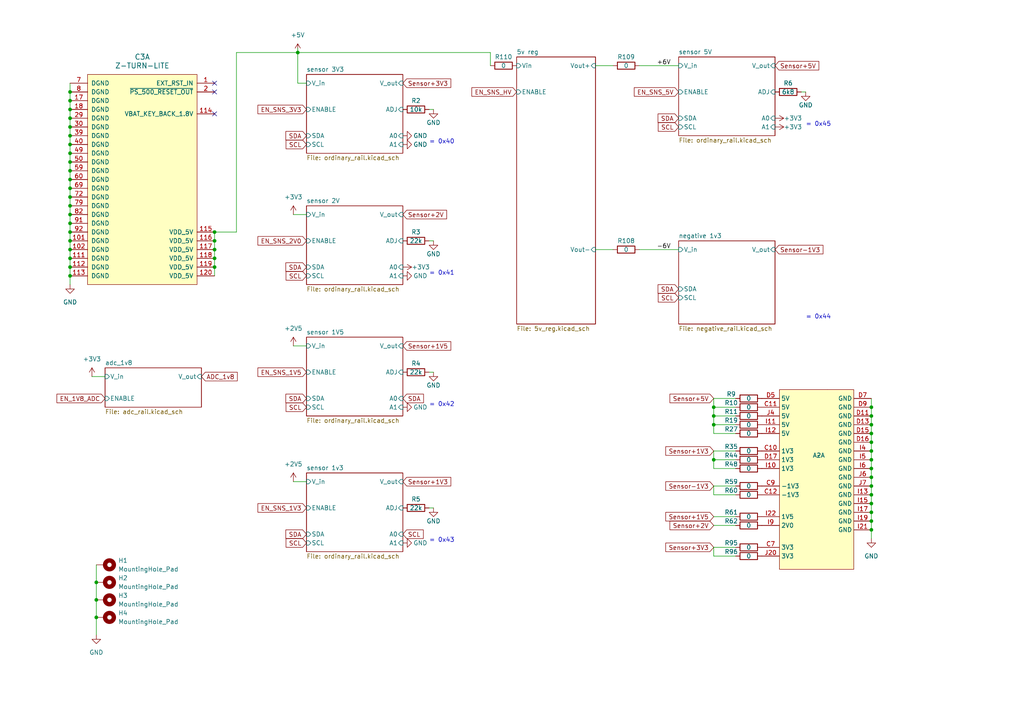
<source format=kicad_sch>
(kicad_sch (version 20230121) (generator eeschema)
  (paper "A4")
  (title_block (title "2D5 experiment board") (date "2023-12-01") (rev "0.1") (company "Apertus"))
  (lib_symbols
    (symbol "2d5:2d5"
      (property "Reference" "A?" (at 0 -5.08 0))
      (symbol "2d5_1_1"
        (rectangle (start -11.43 19.05) (end 10.16 -33.02) (fill (type background)))
        (rectangle (start 2.54 19.05) (end 2.54 19.05))
        (pin power_in line (at -16.51 1.27 0) (length 5.08) (name "1V3") (number "C10"))
        (pin power_in line (at -16.51 13.97 0) (length 5.08) (name "5V") (number "C11"))
        (pin power_in line (at -16.51 -11.43 0) (length 5.08) (name "-1V3") (number "C12"))
        (pin power_in line (at -16.51 -26.67 0) (length 5.08) (name "3V3") (number "C7"))
        (pin power_in line (at -16.51 -8.89 0) (length 5.08) (name "-1V3") (number "C9"))
        (pin power_in line (at 15.24 11.43 180) (length 5.08) (name "GND") (number "D11"))
        (pin power_in line (at 15.24 8.89 180) (length 5.08) (name "GND") (number "D13"))
        (pin power_in line (at 15.24 6.35 180) (length 5.08) (name "GND") (number "D15"))
        (pin power_in line (at 15.24 3.81 180) (length 5.08) (name "GND") (number "D16"))
        (pin power_in line (at -16.51 -1.27 0) (length 5.08) (name "1V3") (number "D17"))
        (pin power_in line (at -16.51 16.51 0) (length 5.08) (name "5V") (number "D5"))
        (pin power_in line (at 15.24 16.51 180) (length 5.08) (name "GND") (number "D7"))
        (pin power_in line (at 15.24 13.97 180) (length 5.08) (name "GND") (number "D9"))
        (pin power_in line (at -16.51 -3.81 0) (length 5.08) (name "1V3") (number "I10"))
        (pin power_in line (at -16.51 8.89 0) (length 5.08) (name "5V") (number "I11"))
        (pin power_in line (at -16.51 6.35 0) (length 5.08) (name "5V") (number "I12"))
        (pin power_in line (at 15.24 -11.43 180) (length 5.08) (name "GND") (number "I13"))
        (pin power_in line (at 15.24 -13.97 180) (length 5.08) (name "GND") (number "I15"))
        (pin power_in line (at 15.24 -16.51 180) (length 5.08) (name "GND") (number "I17"))
        (pin power_in line (at 15.24 -19.05 180) (length 5.08) (name "GND") (number "I19"))
        (pin power_in line (at 15.24 -21.59 180) (length 5.08) (name "GND") (number "I21"))
        (pin power_in line (at -16.51 -17.78 0) (length 5.08) (name "1V5") (number "I22"))
        (pin power_in line (at 15.24 1.27 180) (length 5.08) (name "GND") (number "I4"))
        (pin power_in line (at 15.24 -1.27 180) (length 5.08) (name "GND") (number "I5"))
        (pin power_in line (at 15.24 -3.81 180) (length 5.08) (name "GND") (number "I6"))
        (pin power_in line (at -16.51 -20.32 0) (length 5.08) (name "2V0") (number "I9"))
        (pin power_in line (at -16.51 -29.21 0) (length 5.08) (name "3V3") (number "J20"))
        (pin power_in line (at -16.51 11.43 0) (length 5.08) (name "5V") (number "J4"))
        (pin power_in line (at 15.24 -6.35 180) (length 5.08) (name "GND") (number "J6"))
        (pin power_in line (at 15.24 -8.89 180) (length 5.08) (name "GND") (number "J7"))
      )
      (symbol "2d5_2_1"
        (rectangle (start -13.97 12.7) (end 13.97 -43.18) (fill (type background)))
        (pin input line (at -19.05 -2.54 0) (length 5.08) (name "zero") (number "C13"))
        (pin input line (at -19.05 10.16 0) (length 5.08) (name "SDATA") (number "C14"))
        (pin input line (at -19.05 7.62 0) (length 5.08) (name "SCLK") (number "C15"))
        (pin input line (at -19.05 5.08 0) (length 5.08) (name "SCS") (number "C16"))
        (pin input line (at 19.05 -15.24 180) (length 5.08) (name "line") (number "C17"))
        (pin input line (at 19.05 -10.16 180) (length 5.08) (name "line") (number "C3"))
        (pin input line (at -19.05 -7.62 0) (length 5.08) (name "zero") (number "C4"))
        (pin input line (at 19.05 -3.81 180) (length 5.08) (name "frame_rst") (number "C5"))
        (pin input line (at 19.05 -12.7 180) (length 5.08) (name "line") (number "C6"))
        (pin input line (at -19.05 -5.08 0) (length 5.08) (name "zero") (number "C8"))
        (pin input line (at -19.05 -10.16 0) (length 5.08) (name "zero") (number "D3"))
        (pin input line (at -19.05 -12.7 0) (length 5.08) (name "zero") (number "D4"))
        (pin input line (at 19.05 10.16 180) (length 5.08) (name "PXCLK_TOP") (number "D6"))
        (pin input line (at -19.05 -27.94 0) (length 5.08) (name "startup") (number "I3"))
        (pin input line (at -19.05 -30.48 0) (length 5.08) (name "startup") (number "I7"))
        (pin input line (at -19.05 -33.02 0) (length 5.08) (name "startup") (number "I8"))
        (pin input line (at 19.05 -22.86 180) (length 5.08) (name "line") (number "J10"))
        (pin input line (at 19.05 -25.4 180) (length 5.08) (name "line") (number "J11"))
        (pin input line (at 19.05 -27.94 180) (length 5.08) (name "line") (number "J12"))
        (pin input line (at -19.05 -35.56 0) (length 5.08) (name "startup") (number "J13"))
        (pin input line (at -19.05 -17.78 0) (length 5.08) (name "zero") (number "J14"))
        (pin input line (at 19.05 -30.48 180) (length 5.08) (name "line") (number "J15"))
        (pin input line (at 19.05 -33.02 180) (length 5.08) (name "line") (number "J16"))
        (pin input line (at 19.05 -35.56 180) (length 5.08) (name "line") (number "J17"))
        (pin input line (at 19.05 -38.1 180) (length 5.08) (name "line") (number "J18"))
        (pin input line (at -19.05 -38.1 0) (length 5.08) (name "startup") (number "J19"))
        (pin input line (at 19.05 -40.64 180) (length 5.08) (name "line_reset") (number "J21"))
        (pin input line (at -19.05 -20.32 0) (length 5.08) (name "zero") (number "J22"))
        (pin input line (at -19.05 -15.24 0) (length 5.08) (name "zero") (number "J3"))
        (pin input line (at 19.05 7.62 180) (length 5.08) (name "PXCLK_BOT") (number "J5"))
        (pin input line (at 19.05 -17.78 180) (length 5.08) (name "line") (number "J8"))
        (pin input line (at 19.05 -20.32 180) (length 5.08) (name "line_exp") (number "J9"))
      )
      (symbol "2d5_3_1"
        (rectangle (start -8.89 15.24) (end 7.62 -15.24) (fill (type background)))
        (pin output line (at 12.7 10.16 180) (length 5.08) (name "A1-") (number "D10"))
        (pin output line (at 12.7 5.08 180) (length 5.08) (name "A2+") (number "D12"))
        (pin output line (at 12.7 2.54 180) (length 5.08) (name "A2-") (number "D14"))
        (pin output line (at 12.7 12.7 180) (length 5.08) (name "A1+") (number "D8"))
        (pin output line (at 12.7 -2.54 180) (length 5.08) (name "A3+") (number "I14"))
        (pin output line (at 12.7 -5.08 180) (length 5.08) (name "A3-") (number "I16"))
        (pin output line (at 12.7 -10.16 180) (length 5.08) (name "A4+") (number "I18"))
        (pin output line (at 12.7 -12.7 180) (length 5.08) (name "A4-") (number "I20"))
      )
    )
    (symbol "Device:R" (pin_numbers hide) (pin_names (offset 0))
      (property "Reference" "R" (at 2.032 0 90))
      (property "Value" "R" (at 0 0 90))
      (symbol "R_0_1"
        (rectangle (start -1.016 -2.54) (end 1.016 2.54) (stroke (width 0.254)))
      )
      (symbol "R_1_1"
        (pin passive line (at 0 3.81 270) (length 1.27) (name "~") (number "1"))
        (pin passive line (at 0 -3.81 90) (length 1.27) (name "~") (number "2"))
      )
    )
    (symbol "Mechanical:MountingHole_Pad" (pin_numbers hide) (pin_names (offset 1.016) hide)
      (property "Reference" "H" (at 0 6.35 0))
      (property "Value" "MountingHole_Pad" (at 0 4.445 0))
      (symbol "MountingHole_Pad_0_1"
        (circle (center 0 1.27) (radius 1.27) (stroke (width 1.27)))
      )
      (symbol "MountingHole_Pad_1_1"
        (pin input line (at 0 -2.54 90) (length 2.54) (name "1") (number "1"))
      )
    )
    (symbol "power:+2V5" (power) (pin_names (offset 0))
      (property "Value" "+2V5" (at 0 3.556 0))
      (symbol "+2V5_0_1"
        (polyline (pts (xy -0.762 1.27) (xy 0 2.54)))
        (polyline (pts (xy 0 0) (xy 0 2.54)))
        (polyline (pts (xy 0 2.54) (xy 0.762 1.27)))
      )
      (symbol "+2V5_1_1"
        (pin power_in line (at 0 0 90) (length 0) hide (name "+2V5") (number "1"))
      )
    )
    (symbol "power:+3V3" (power) (pin_names (offset 0))
      (property "Value" "+3V3" (at 0 3.556 0))
      (symbol "+3V3_0_1"
        (polyline (pts (xy -0.762 1.27) (xy 0 2.54)))
        (polyline (pts (xy 0 0) (xy 0 2.54)))
        (polyline (pts (xy 0 2.54) (xy 0.762 1.27)))
      )
      (symbol "+3V3_1_1"
        (pin power_in line (at 0 0 90) (length 0) hide (name "+3V3") (number "1"))
      )
    )
    (symbol "power:+5V" (power) (pin_names (offset 0))
      (property "Value" "+5V" (at 0 3.556 0))
      (symbol "+5V_0_1"
        (polyline (pts (xy -0.762 1.27) (xy 0 2.54)))
        (polyline (pts (xy 0 0) (xy 0 2.54)))
        (polyline (pts (xy 0 2.54) (xy 0.762 1.27)))
      )
      (symbol "+5V_1_1"
        (pin power_in line (at 0 0 90) (length 0) hide (name "+5V") (number "1"))
      )
    )
    (symbol "power:GND" (power) (pin_names (offset 0))
      (property "Value" "GND" (at 0 -3.81 0))
      (symbol "GND_0_1"
        (polyline (pts (xy 0 0) (xy 0 -1.27) (xy 1.27 -1.27) (xy 0 -2.54) (xy -1.27 -1.27) (xy 0 -1.27)))
      )
      (symbol "GND_1_1"
        (pin power_in line (at 0 0 270) (length 0) hide (name "GND") (number "1"))
      )
    )
    (symbol "z-turn-lite:Z-TURN-LITE" (pin_names (offset 1.016))
      (property "Reference" "A?" (at -1.27 0 90))
      (property "Value" "Z-TURN-LITE" (at 1.27 1.27 90))
      (symbol "Z-TURN-LITE_1_1"
        (rectangle (start -16.51 30.48) (end 15.24 -30.48) (fill (type background)))
        (pin input line (at 20.32 27.94 180) (length 5.08) (name "EXT_RST_IN") (number "1"))
        (pin power_out line (at -21.59 -17.78 0) (length 5.08) (name "DGND") (number "101"))
        (pin power_out line (at -21.59 -20.32 0) (length 5.08) (name "DGND") (number "102"))
        (pin power_out line (at -21.59 -22.86 0) (length 5.08) (name "DGND") (number "111"))
        (pin power_out line (at -21.59 -25.4 0) (length 5.08) (name "DGND") (number "112"))
        (pin power_out line (at -21.59 -27.94 0) (length 5.08) (name "DGND") (number "113"))
        (pin power_in line (at 20.32 19.05 180) (length 5.08) (name "VBAT_KEY_BACK_1.8V") (number "114"))
        (pin power_out line (at 20.32 -15.24 180) (length 5.08) (name "VDD_5V") (number "115"))
        (pin power_out line (at 20.32 -17.78 180) (length 5.08) (name "VDD_5V") (number "116"))
        (pin power_out line (at 20.32 -20.32 180) (length 5.08) (name "VDD_5V") (number "117"))
        (pin power_out line (at 20.32 -22.86 180) (length 5.08) (name "VDD_5V") (number "118"))
        (pin power_out line (at 20.32 -25.4 180) (length 5.08) (name "VDD_5V") (number "119"))
        (pin power_out line (at 20.32 -27.94 180) (length 5.08) (name "VDD_5V") (number "120"))
        (pin power_out line (at -21.59 22.86 0) (length 5.08) (name "DGND") (number "17"))
        (pin power_out line (at -21.59 20.32 0) (length 5.08) (name "DGND") (number "18"))
        (pin output line (at 20.32 25.4 180) (length 5.08) (name "~{PS_500_RESET_OUT}") (number "2"))
        (pin power_out line (at -21.59 17.78 0) (length 5.08) (name "DGND") (number "29"))
        (pin power_out line (at -21.59 15.24 0) (length 5.08) (name "DGND") (number "30"))
        (pin power_out line (at -21.59 12.7 0) (length 5.08) (name "DGND") (number "39"))
        (pin power_out line (at -21.59 10.16 0) (length 5.08) (name "DGND") (number "40"))
        (pin power_out line (at -21.59 7.62 0) (length 5.08) (name "DGND") (number "49"))
        (pin power_out line (at -21.59 5.08 0) (length 5.08) (name "DGND") (number "50"))
        (pin power_out line (at -21.59 2.54 0) (length 5.08) (name "DGND") (number "59"))
        (pin power_out line (at -21.59 0 0) (length 5.08) (name "DGND") (number "60"))
        (pin power_out line (at -21.59 -2.54 0) (length 5.08) (name "DGND") (number "69"))
        (pin power_out line (at -21.59 27.94 0) (length 5.08) (name "DGND") (number "7"))
        (pin power_out line (at -21.59 -5.08 0) (length 5.08) (name "DGND") (number "72"))
        (pin power_out line (at -21.59 -7.62 0) (length 5.08) (name "DGND") (number "79"))
        (pin power_out line (at -21.59 25.4 0) (length 5.08) (name "DGND") (number "8"))
        (pin power_out line (at -21.59 -10.16 0) (length 5.08) (name "DGND") (number "82"))
        (pin power_out line (at -21.59 -12.7 0) (length 5.08) (name "DGND") (number "91"))
        (pin power_out line (at -21.59 -15.24 0) (length 5.08) (name "DGND") (number "92"))
      )
      (symbol "Z-TURN-LITE_2_1"
        (rectangle (start -19.05 33.02) (end 17.78 -30.48) (fill (type background)))
        (pin bidirectional line (at -24.13 25.4 0) (length 5.08) (name "IO_B35_LP4") (number "10"))
        (pin bidirectional line (at 22.86 22.86 180) (length 5.08) (name "IO_B35_LN5") (number "11"))
        (pin bidirectional line (at -24.13 22.86 0) (length 5.08) (name "IO_B35_LN4") (number "12"))
        (pin bidirectional line (at 22.86 20.32 180) (length 5.08) (name "IO_B35_LP16") (number "13"))
        (pin bidirectional line (at -24.13 20.32 0) (length 5.08) (name "IO_B35_LP6") (number "14"))
        (pin bidirectional line (at 22.86 17.78 180) (length 5.08) (name "IO_B35_LN16") (number "15"))
        (pin bidirectional line (at -24.13 17.78 0) (length 5.08) (name "IO_B35_LN6") (number "16"))
        (pin power_out line (at 1.27 38.1 270) (length 5.08) (name "VDDIO_35_PL") (number "19"))
        (pin power_out line (at -1.27 38.1 270) (length 5.08) (name "VDDIO_35_PL") (number "20"))
        (pin bidirectional clock (at 22.86 15.24 180) (length 5.08) (name "IO_B35_LP14") (number "21"))
        (pin bidirectional line (at -24.13 15.24 0) (length 5.08) (name "IO_B35_LP17") (number "22"))
        (pin bidirectional clock (at 22.86 12.7 180) (length 5.08) (name "IO_B35_LN14") (number "23"))
        (pin bidirectional line (at -24.13 12.7 0) (length 5.08) (name "IO_B35_LN17") (number "24"))
        (pin bidirectional line (at 22.86 10.16 180) (length 5.08) (name "IO_B35_LP1") (number "25"))
        (pin bidirectional clock (at -24.13 10.16 0) (length 5.08) (name "IO_B35_LP12") (number "26"))
        (pin bidirectional line (at 22.86 7.62 180) (length 5.08) (name "IO_B35_LN1") (number "27"))
        (pin bidirectional clock (at -24.13 7.62 0) (length 5.08) (name "IO_B35_LN12") (number "28"))
        (pin bidirectional line (at 22.86 30.48 180) (length 5.08) (name "IO_B35_LP2") (number "3"))
        (pin bidirectional line (at 22.86 5.08 180) (length 5.08) (name "IO_B35_LP18") (number "31"))
        (pin bidirectional line (at -24.13 5.08 0) (length 5.08) (name "IO_B35_LP10") (number "32"))
        (pin bidirectional line (at 22.86 2.54 180) (length 5.08) (name "IO_B35_LN18") (number "33"))
        (pin bidirectional line (at -24.13 2.54 0) (length 5.08) (name "IO_B35_LN10") (number "34"))
        (pin bidirectional line (at 22.86 0 180) (length 5.08) (name "IO_B35_LP15") (number "35"))
        (pin bidirectional line (at -24.13 0 0) (length 5.08) (name "IO_B35_LP19") (number "36"))
        (pin bidirectional line (at 22.86 -2.54 180) (length 5.08) (name "IO_B35_LN15") (number "37"))
        (pin bidirectional line (at -24.13 -2.54 0) (length 5.08) (name "IO_B35_LN19") (number "38"))
        (pin bidirectional line (at -24.13 30.48 0) (length 5.08) (name "IO_B35_LP3") (number "4"))
        (pin bidirectional clock (at 22.86 -5.08 180) (length 5.08) (name "IO_B35_LP11") (number "41"))
        (pin bidirectional line (at -24.13 -5.08 0) (length 5.08) (name "IO_B35_LP20") (number "42"))
        (pin bidirectional clock (at 22.86 -7.62 180) (length 5.08) (name "IO_B35_LN11") (number "43"))
        (pin bidirectional line (at -24.13 -7.62 0) (length 5.08) (name "IO_B35_LN20") (number "44"))
        (pin bidirectional line (at 22.86 -10.16 180) (length 5.08) (name "IO_B35_LP9") (number "45"))
        (pin bidirectional clock (at -24.13 -10.16 0) (length 5.08) (name "IO_B35_LP13") (number "46"))
        (pin bidirectional line (at 22.86 -12.7 180) (length 5.08) (name "IO_B35_LN9") (number "47"))
        (pin bidirectional clock (at -24.13 -12.7 0) (length 5.08) (name "IO_B35_LN13") (number "48"))
        (pin bidirectional line (at 22.86 27.94 180) (length 5.08) (name "IO_B35_LN2") (number "5"))
        (pin bidirectional line (at 22.86 -15.24 180) (length 5.08) (name "IO_B35_LP24") (number "51"))
        (pin bidirectional line (at -24.13 -15.24 0) (length 5.08) (name "IO_B35_LP22") (number "52"))
        (pin bidirectional line (at 22.86 -17.78 180) (length 5.08) (name "IO_B35_LN24") (number "53"))
        (pin bidirectional line (at -24.13 -17.78 0) (length 5.08) (name "IO_B35_LN22") (number "54"))
        (pin bidirectional line (at 22.86 -20.32 180) (length 5.08) (name "IO_B35_LP8") (number "55"))
        (pin bidirectional line (at -24.13 -20.32 0) (length 5.08) (name "IO_B35_LP23") (number "56"))
        (pin bidirectional line (at 22.86 -22.86 180) (length 5.08) (name "IO_B35_LN8") (number "57"))
        (pin bidirectional line (at -24.13 -22.86 0) (length 5.08) (name "IO_B35_LN23") (number "58"))
        (pin bidirectional line (at -24.13 27.94 0) (length 5.08) (name "IO_B35_LN3") (number "6"))
        (pin bidirectional line (at 22.86 -25.4 180) (length 5.08) (name "IO_B35_LP7") (number "65"))
        (pin bidirectional line (at -24.13 -25.4 0) (length 5.08) (name "IO_B35_LP21") (number "66"))
        (pin bidirectional line (at 22.86 -27.94 180) (length 5.08) (name "IO_B35_LN7") (number "67"))
        (pin bidirectional line (at -24.13 -27.94 0) (length 5.08) (name "IO_B35_LN21") (number "68"))
        (pin bidirectional line (at 22.86 25.4 180) (length 5.08) (name "IO_B35_LP5") (number "9"))
      )
      (symbol "Z-TURN-LITE_3_1"
        (rectangle (start -19.05 26.67) (end 17.78 -21.59) (fill (type background)))
        (pin bidirectional line (at -24.13 -8.89 0) (length 5.08) (name "IO_B34_LN18") (number "100"))
        (pin bidirectional line (at 22.86 -11.43 180) (length 5.08) (name "IO_B34_LP10") (number "103"))
        (pin bidirectional line (at -24.13 -11.43 0) (length 5.08) (name "IO_B34_LP17") (number "104"))
        (pin bidirectional line (at 22.86 -13.97 180) (length 5.08) (name "IO_B34_LN10") (number "105"))
        (pin bidirectional line (at -24.13 -13.97 0) (length 5.08) (name "IO_B34_LN17") (number "106"))
        (pin bidirectional line (at 22.86 -16.51 180) (length 5.08) (name "IO_B34_LP7") (number "107"))
        (pin bidirectional line (at -24.13 -16.51 0) (length 5.08) (name "IO_B34_LP8") (number "108"))
        (pin bidirectional line (at 22.86 -19.05 180) (length 5.08) (name "IO_B34_LN7") (number "109"))
        (pin bidirectional line (at -24.13 -19.05 0) (length 5.08) (name "IO_B34_LN8") (number "110"))
        (pin bidirectional line (at 22.86 24.13 180) (length 5.08) (name "IO_B34_LP23") (number "61"))
        (pin bidirectional line (at -24.13 24.13 0) (length 5.08) (name "IO_B34_LP24") (number "62"))
        (pin bidirectional line (at 22.86 21.59 180) (length 5.08) (name "IO_B34_LN23") (number "63"))
        (pin bidirectional line (at -24.13 21.59 0) (length 5.08) (name "IO_B34_LN24") (number "64"))
        (pin power_out line (at 1.27 31.75 270) (length 5.08) (name "VDDIO_34_PL") (number "70"))
        (pin bidirectional clock (at 22.86 19.05 180) (length 5.08) (name "IO_B34_LP13") (number "71"))
        (pin bidirectional clock (at 22.86 16.51 180) (length 5.08) (name "IO_B34_LN13") (number "73"))
        (pin bidirectional line (at -24.13 19.05 0) (length 5.08) (name "IO_B34_LP19") (number "74"))
        (pin bidirectional clock (at 22.86 13.97 180) (length 5.08) (name "IO_B34_LP14") (number "75"))
        (pin bidirectional line (at -24.13 16.51 0) (length 5.08) (name "IO_B34_LN19") (number "76"))
        (pin bidirectional clock (at 22.86 11.43 180) (length 5.08) (name "IO_B34_LN14") (number "77"))
        (pin bidirectional line (at -24.13 13.97 0) (length 5.08) (name "IO_B34_LP15") (number "78"))
        (pin bidirectional line (at -24.13 11.43 0) (length 5.08) (name "IO_B34_LN15") (number "80"))
        (pin power_out line (at -1.27 31.75 270) (length 5.08) (name "VDDIO_34_PL") (number "81"))
        (pin bidirectional line (at 22.86 8.89 180) (length 5.08) (name "IO_B34_LP9") (number "83"))
        (pin bidirectional line (at -24.13 8.89 0) (length 5.08) (name "IO_B34_LP16") (number "84"))
        (pin bidirectional line (at 22.86 6.35 180) (length 5.08) (name "IO_B34_LN9") (number "85"))
        (pin bidirectional line (at -24.13 6.35 0) (length 5.08) (name "IO_B34_LN16") (number "86"))
        (pin bidirectional clock (at 22.86 3.81 180) (length 5.08) (name "IO_B34_LP12") (number "87"))
        (pin bidirectional line (at -24.13 3.81 0) (length 5.08) (name "IO_B34_LP20") (number "88"))
        (pin bidirectional clock (at 22.86 1.27 180) (length 5.08) (name "IO_B34_LN12") (number "89"))
        (pin bidirectional line (at -24.13 1.27 0) (length 5.08) (name "IO_B34_LN20") (number "90"))
        (pin bidirectional line (at 22.86 -1.27 180) (length 5.08) (name "IO_B34_LP22") (number "93"))
        (pin bidirectional line (at -24.13 -1.27 0) (length 5.08) (name "IO_B34_LP21") (number "94"))
        (pin bidirectional line (at 22.86 -3.81 180) (length 5.08) (name "IO_B34_LN22") (number "95"))
        (pin bidirectional line (at -24.13 -3.81 0) (length 5.08) (name "IO_B34_LN21") (number "96"))
        (pin bidirectional clock (at 22.86 -6.35 180) (length 5.08) (name "IO_B34_LP11") (number "97"))
        (pin bidirectional line (at -24.13 -6.35 0) (length 5.08) (name "IO_B34_LP18") (number "98"))
        (pin bidirectional clock (at 22.86 -8.89 180) (length 5.08) (name "IO_B34_LN11") (number "99"))
      )
    )
  )
  (junction (at 20.32 44.45))
  (junction (at 20.32 26.67))
  (junction (at 252.73 118.11))
  (junction (at 20.32 54.61))
  (junction (at 252.73 153.67))
  (junction (at 20.32 29.21))
  (junction (at 20.32 80.01))
  (junction (at 20.32 36.83))
  (junction (at 86.36 15.24))
  (junction (at 252.73 138.43))
  (junction (at 20.32 57.15))
  (junction (at 62.23 72.39))
  (junction (at 62.23 67.31))
  (junction (at 252.73 123.19))
  (junction (at 252.73 151.13))
  (junction (at 20.32 41.91))
  (junction (at 252.73 125.73))
  (junction (at 20.32 77.47))
  (junction (at 20.32 67.31))
  (junction (at 207.01 118.11))
  (junction (at 20.32 34.29))
  (junction (at 252.73 133.35))
  (junction (at 252.73 135.89))
  (junction (at 252.73 130.81))
  (junction (at 252.73 143.51))
  (junction (at 20.32 39.37))
  (junction (at 252.73 146.05))
  (junction (at 27.94 173.99))
  (junction (at 20.32 74.93))
  (junction (at 252.73 128.27))
  (junction (at 207.01 120.65))
  (junction (at 252.73 120.65))
  (junction (at 20.32 64.77))
  (junction (at 20.32 46.99))
  (junction (at 62.23 77.47))
  (junction (at 20.32 59.69))
  (junction (at 20.32 69.85))
  (junction (at 62.23 74.93))
  (junction (at 27.94 179.07))
  (junction (at 20.32 62.23))
  (junction (at 20.32 52.07))
  (junction (at 207.01 123.19))
  (junction (at 20.32 31.75))
  (junction (at 20.32 72.39))
  (junction (at 20.32 49.53))
  (junction (at 252.73 140.97))
  (junction (at 62.23 69.85))
  (junction (at 252.73 148.59))
  (junction (at 207.01 133.35))
  (junction (at 27.94 168.91))
  (no_connect (at 62.23 24.13))
  (no_connect (at 62.23 33.02))
  (no_connect (at 62.23 26.67))
  (wire (pts (xy 252.73 130.81) (xy 252.73 133.35)))
  (wire (pts (xy 252.73 115.57) (xy 252.73 118.11)))
  (wire (pts (xy 213.36 135.89) (xy 207.01 135.89)))
  (wire (pts (xy 207.01 140.97) (xy 213.36 140.97)))
  (wire (pts (xy 252.73 138.43) (xy 252.73 140.97)))
  (wire (pts (xy 207.01 130.81) (xy 213.36 130.81)))
  (wire (pts (xy 20.32 59.69) (xy 20.32 62.23)))
  (wire (pts (xy 252.73 120.65) (xy 252.73 123.19)))
  (wire (pts (xy 172.72 19.05) (xy 177.8 19.05)))
  (wire (pts (xy 207.01 133.35) (xy 213.36 133.35)))
  (wire (pts (xy 20.32 24.13) (xy 20.32 26.67)))
  (wire (pts (xy 207.01 161.29) (xy 207.01 158.75)))
  (wire (pts (xy 62.23 74.93) (xy 62.23 77.47)))
  (wire (pts (xy 252.73 153.67) (xy 252.73 156.21)))
  (wire (pts (xy 20.32 77.47) (xy 20.32 80.01)))
  (wire (pts (xy 20.32 67.31) (xy 20.32 69.85)))
  (wire (pts (xy 20.32 69.85) (xy 20.32 72.39)))
  (wire (pts (xy 62.23 67.31) (xy 62.23 69.85)))
  (wire (pts (xy 68.58 67.31) (xy 68.58 15.24)))
  (wire (pts (xy 252.73 128.27) (xy 252.73 130.81)))
  (wire (pts (xy 62.23 77.47) (xy 62.23 80.01)))
  (wire (pts (xy 68.58 15.24) (xy 86.36 15.24)))
  (wire (pts (xy 86.36 15.24) (xy 142.24 15.24)))
  (wire (pts (xy 125.73 147.32) (xy 124.46 147.32)))
  (wire (pts (xy 20.32 54.61) (xy 20.32 57.15)))
  (wire (pts (xy 20.32 52.07) (xy 20.32 54.61)))
  (wire (pts (xy 27.94 179.07) (xy 27.94 184.15)))
  (wire (pts (xy 86.36 15.24) (xy 86.36 24.13)))
  (wire (pts (xy 125.73 107.95) (xy 124.46 107.95)))
  (wire (pts (xy 207.01 115.57) (xy 213.36 115.57)))
  (wire (pts (xy 207.01 125.73) (xy 213.36 125.73)))
  (wire (pts (xy 86.36 24.13) (xy 88.9 24.13)))
  (wire (pts (xy 20.32 64.77) (xy 20.32 67.31)))
  (wire (pts (xy 85.09 62.23) (xy 88.9 62.23)))
  (wire (pts (xy 27.94 163.83) (xy 27.94 168.91)))
  (wire (pts (xy 20.32 46.99) (xy 20.32 49.53)))
  (wire (pts (xy 20.32 74.93) (xy 20.32 77.47)))
  (wire (pts (xy 207.01 149.86) (xy 213.36 149.86)))
  (wire (pts (xy 252.73 143.51) (xy 252.73 146.05)))
  (wire (pts (xy 20.32 39.37) (xy 20.32 41.91)))
  (wire (pts (xy 27.94 173.99) (xy 27.94 179.07)))
  (wire (pts (xy 252.73 133.35) (xy 252.73 135.89)))
  (wire (pts (xy 252.73 135.89) (xy 252.73 138.43)))
  (wire (pts (xy 62.23 72.39) (xy 62.23 74.93)))
  (wire (pts (xy 20.32 36.83) (xy 20.32 39.37)))
  (wire (pts (xy 27.94 168.91) (xy 27.94 173.99)))
  (wire (pts (xy 207.01 158.75) (xy 213.36 158.75)))
  (wire (pts (xy 207.01 130.81) (xy 207.01 133.35)))
  (wire (pts (xy 185.42 19.05) (xy 196.85 19.05)))
  (wire (pts (xy 20.32 26.67) (xy 20.32 29.21)))
  (wire (pts (xy 207.01 118.11) (xy 207.01 120.65)))
  (wire (pts (xy 20.32 41.91) (xy 20.32 44.45)))
  (wire (pts (xy 207.01 143.51) (xy 207.01 140.97)))
  (wire (pts (xy 26.67 109.22) (xy 30.48 109.22)))
  (wire (pts (xy 233.68 26.67) (xy 232.41 26.67)))
  (wire (pts (xy 20.32 49.53) (xy 20.32 52.07)))
  (wire (pts (xy 207.01 123.19) (xy 207.01 125.73)))
  (wire (pts (xy 207.01 118.11) (xy 213.36 118.11)))
  (wire (pts (xy 252.73 125.73) (xy 252.73 128.27)))
  (wire (pts (xy 252.73 146.05) (xy 252.73 148.59)))
  (wire (pts (xy 86.36 13.97) (xy 86.36 15.24)))
  (wire (pts (xy 62.23 69.85) (xy 62.23 72.39)))
  (wire (pts (xy 125.73 31.75) (xy 124.46 31.75)))
  (wire (pts (xy 207.01 152.4) (xy 213.36 152.4)))
  (wire (pts (xy 252.73 118.11) (xy 252.73 120.65)))
  (wire (pts (xy 20.32 62.23) (xy 20.32 64.77)))
  (wire (pts (xy 20.32 80.01) (xy 20.32 82.55)))
  (wire (pts (xy 207.01 135.89) (xy 207.01 133.35)))
  (wire (pts (xy 252.73 140.97) (xy 252.73 143.51)))
  (wire (pts (xy 20.32 44.45) (xy 20.32 46.99)))
  (wire (pts (xy 252.73 123.19) (xy 252.73 125.73)))
  (wire (pts (xy 213.36 161.29) (xy 207.01 161.29)))
  (wire (pts (xy 207.01 123.19) (xy 213.36 123.19)))
  (wire (pts (xy 20.32 72.39) (xy 20.32 74.93)))
  (wire (pts (xy 185.42 72.39) (xy 196.85 72.39)))
  (wire (pts (xy 20.32 29.21) (xy 20.32 31.75)))
  (wire (pts (xy 252.73 151.13) (xy 252.73 153.67)))
  (wire (pts (xy 20.32 34.29) (xy 20.32 36.83)))
  (wire (pts (xy 125.73 69.85) (xy 124.46 69.85)))
  (wire (pts (xy 20.32 57.15) (xy 20.32 59.69)))
  (wire (pts (xy 62.23 67.31) (xy 68.58 67.31)))
  (wire (pts (xy 85.09 100.33) (xy 88.9 100.33)))
  (wire (pts (xy 20.32 31.75) (xy 20.32 34.29)))
  (wire (pts (xy 252.73 148.59) (xy 252.73 151.13)))
  (wire (pts (xy 207.01 115.57) (xy 207.01 118.11)))
  (wire (pts (xy 85.09 139.7) (xy 88.9 139.7)))
  (wire (pts (xy 142.24 15.24) (xy 142.24 19.05)))
  (wire (pts (xy 207.01 120.65) (xy 207.01 123.19)))
  (wire (pts (xy 172.72 72.39) (xy 177.8 72.39)))
  (wire (pts (xy 207.01 120.65) (xy 213.36 120.65)))
  (wire (pts (xy 213.36 143.51) (xy 207.01 143.51)))
  (text "= 0x44" (at 233.68 92.71 0) (effects (font (size 1.27 1.27)) (justify left bottom)))
  (text "= 0x45" (at 233.68 36.83 0) (effects (font (size 1.27 1.27)) (justify left bottom)))
  (text "= 0x41" (at 124.46 80.01 0) (effects (font (size 1.27 1.27)) (justify left bottom)))
  (text "= 0x40" (at 124.46 41.91 0) (effects (font (size 1.27 1.27)) (justify left bottom)))
  (text "= 0x43" (at 124.46 157.48 0) (effects (font (size 1.27 1.27)) (justify left bottom)))
  (text "= 0x42" (at 124.46 118.11 0) (effects (font (size 1.27 1.27)) (justify left bottom)))
  (label "+6V" (at 190.5 19.05 0))
  (label "-6V" (at 190.5 72.39 0))
  (global_label "Sensor+3V3" (shape input) (at 207.01 158.75 180) (property "Intersheetrefs" "${INTERSHEET_REFS}" (effects hide)))
  (global_label "EN_SNS_3V3" (shape input) (at 88.9 31.75 180) (property "Intersheetrefs" "${INTERSHEET_REFS}" (effects hide)))
  (global_label "SCL" (shape input) (at 116.84 154.94 0) (property "Intersheetrefs" "${INTERSHEET_REFS}" (effects hide)))
  (global_label "SCL" (shape input) (at 88.9 80.01 180) (property "Intersheetrefs" "${INTERSHEET_REFS}" (effects hide)))
  (global_label "Sensor+1V5" (shape input) (at 116.84 100.33 0) (property "Intersheetrefs" "${INTERSHEET_REFS}" (effects hide)))
  (global_label "ADC_1v8" (shape input) (at 58.42 109.22 0) (property "Intersheetrefs" "${INTERSHEET_REFS}" (effects hide)))
  (global_label "EN_1V8_ADC" (shape input) (at 30.48 115.57 180) (property "Intersheetrefs" "${INTERSHEET_REFS}" (effects hide)))
  (global_label "SDA" (shape input) (at 88.9 77.47 180) (property "Intersheetrefs" "${INTERSHEET_REFS}" (effects hide)))
  (global_label "SCL" (shape input) (at 88.9 41.91 180) (property "Intersheetrefs" "${INTERSHEET_REFS}" (effects hide)))
  (global_label "Sensor+5V" (shape input) (at 224.79 19.05 0) (property "Intersheetrefs" "${INTERSHEET_REFS}" (effects hide)))
  (global_label "EN_SNS_5V" (shape input) (at 196.85 26.67 180) (property "Intersheetrefs" "${INTERSHEET_REFS}" (effects hide)))
  (global_label "SDA" (shape input) (at 88.9 115.57 180) (property "Intersheetrefs" "${INTERSHEET_REFS}" (effects hide)))
  (global_label "SDA" (shape input) (at 196.85 34.29 180) (property "Intersheetrefs" "${INTERSHEET_REFS}" (effects hide)))
  (global_label "Sensor+2V" (shape input) (at 116.84 62.23 0) (property "Intersheetrefs" "${INTERSHEET_REFS}" (effects hide)))
  (global_label "SCL" (shape input) (at 88.9 118.11 180) (property "Intersheetrefs" "${INTERSHEET_REFS}" (effects hide)))
  (global_label "SCL" (shape input) (at 196.85 86.36 180) (property "Intersheetrefs" "${INTERSHEET_REFS}" (effects hide)))
  (global_label "SCL" (shape input) (at 88.9 157.48 180) (property "Intersheetrefs" "${INTERSHEET_REFS}" (effects hide)))
  (global_label "Sensor+5V" (shape input) (at 207.01 115.57 180) (property "Intersheetrefs" "${INTERSHEET_REFS}" (effects hide)))
  (global_label "SCL" (shape input) (at 196.85 36.83 180) (property "Intersheetrefs" "${INTERSHEET_REFS}" (effects hide)))
  (global_label "Sensor+1V5" (shape input) (at 207.01 149.86 180) (property "Intersheetrefs" "${INTERSHEET_REFS}" (effects hide)))
  (global_label "SDA" (shape input) (at 88.9 154.94 180) (property "Intersheetrefs" "${INTERSHEET_REFS}" (effects hide)))
  (global_label "Sensor+3V3" (shape input) (at 116.84 24.13 0) (property "Intersheetrefs" "${INTERSHEET_REFS}" (effects hide)))
  (global_label "SDA" (shape input) (at 116.84 115.57 0) (property "Intersheetrefs" "${INTERSHEET_REFS}" (effects hide)))
  (global_label "SDA" (shape input) (at 196.85 83.82 180) (property "Intersheetrefs" "${INTERSHEET_REFS}" (effects hide)))
  (global_label "Sensor-1V3" (shape input) (at 224.79 72.39 0) (property "Intersheetrefs" "${INTERSHEET_REFS}" (effects hide)))
  (global_label "Sensor+1V3" (shape input) (at 207.01 130.81 180) (property "Intersheetrefs" "${INTERSHEET_REFS}" (effects hide)))
  (global_label "Sensor+1V3" (shape input) (at 116.84 139.7 0) (property "Intersheetrefs" "${INTERSHEET_REFS}" (effects hide)))
  (global_label "SDA" (shape input) (at 88.9 39.37 180) (property "Intersheetrefs" "${INTERSHEET_REFS}" (effects hide)))
  (global_label "EN_SNS_2V0" (shape input) (at 88.9 69.85 180) (property "Intersheetrefs" "${INTERSHEET_REFS}" (effects hide)))
  (global_label "EN_SNS_1V3" (shape input) (at 88.9 147.32 180) (property "Intersheetrefs" "${INTERSHEET_REFS}" (effects hide)))
  (global_label "Sensor+2V" (shape input) (at 207.01 152.4 180) (property "Intersheetrefs" "${INTERSHEET_REFS}" (effects hide)))
  (global_label "EN_SNS_1V5" (shape input) (at 88.9 107.95 180) (property "Intersheetrefs" "${INTERSHEET_REFS}" (effects hide)))
  (global_label "EN_SNS_HV" (shape input) (at 149.86 26.67 180) (property "Intersheetrefs" "${INTERSHEET_REFS}" (effects hide)))
  (global_label "Sensor-1V3" (shape input) (at 207.01 140.97 180) (property "Intersheetrefs" "${INTERSHEET_REFS}" (effects hide)))
  (symbol (lib_id "power:+3V3") (at 85.09 62.23 0) (unit 1)
    (property "Reference" "#PWR05" (effects hide))
    (property "Value" "+3V3" (at 85.09 57.15 0))
  )
  (symbol (lib_id "Device:R") (at 217.17 115.57 90) (unit 1)
    (property "Reference" "R9" (at 212.09 114.3 90))
    (property "Value" "0" (at 217.17 115.57 90))
    (property "Footprint" "Resistor_SMD:R_0603_1608Metric_Pad0.98x0.95mm_HandSolder" (effects hide))
  )
  (symbol (lib_id "Device:R") (at 181.61 72.39 90) (unit 1)
    (property "Reference" "R108" (at 181.61 69.85 90))
    (property "Value" "0" (at 181.61 72.39 90))
    (property "Footprint" "Resistor_SMD:R_0603_1608Metric_Pad0.98x0.95mm_HandSolder" (effects hide))
  )
  (symbol (lib_id "Device:R") (at 217.17 133.35 90) (unit 1)
    (property "Reference" "R44" (at 212.09 132.08 90))
    (property "Value" "0" (at 217.17 133.35 90))
    (property "Footprint" "Resistor_SMD:R_0603_1608Metric_Pad0.98x0.95mm_HandSolder" (effects hide))
  )
  (symbol (lib_id "power:GND") (at 27.94 184.15 0) (unit 1)
    (property "Reference" "#PWR060" (effects hide))
    (property "Value" "GND" (at 27.94 189.23 0))
  )
  (symbol (lib_id "power:GND") (at 116.84 157.48 90) (unit 1)
    (property "Reference" "#PWR014" (effects hide))
    (property "Value" "GND" (at 121.92 157.48 90))
  )
  (symbol (lib_id "power:GND") (at 116.84 41.91 90) (unit 1)
    (property "Reference" "#PWR010" (effects hide))
    (property "Value" "GND" (at 121.92 41.91 90))
  )
  (symbol (lib_id "Device:R") (at 217.17 120.65 90) (unit 1)
    (property "Reference" "R11" (at 212.09 119.38 90))
    (property "Value" "0" (at 217.17 120.65 90))
    (property "Footprint" "Resistor_SMD:R_0603_1608Metric_Pad0.98x0.95mm_HandSolder" (effects hide))
  )
  (symbol (lib_id "Device:R") (at 217.17 130.81 90) (unit 1)
    (property "Reference" "R35" (at 212.09 129.54 90))
    (property "Value" "0" (at 217.17 130.81 90))
    (property "Footprint" "Resistor_SMD:R_0603_1608Metric_Pad0.98x0.95mm_HandSolder" (effects hide))
  )
  (symbol (lib_id "Device:R") (at 217.17 158.75 90) (unit 1)
    (property "Reference" "R95" (at 212.09 157.48 90))
    (property "Value" "0" (at 217.17 158.75 90))
    (property "Footprint" "Resistor_SMD:R_0603_1608Metric_Pad0.98x0.95mm_HandSolder" (effects hide))
  )
  (symbol (lib_id "power:+3V3") (at 224.79 36.83 270) (unit 1)
    (property "Reference" "#PWR020" (effects hide))
    (property "Value" "+3V3" (at 227.33 36.83 90) (effects (justify left)))
  )
  (symbol (lib_id "Mechanical:MountingHole_Pad") (at 30.48 173.99 270) (unit 1)
    (property "Reference" "H3" (at 34.29 172.72 90) (effects (justify left)))
    (property "Value" "MountingHole_Pad" (at 34.29 175.26 90) (effects (justify left)))
    (property "Footprint" "MountingHole:MountingHole_3.2mm_M3_Pad" (effects hide))
  )
  (symbol (lib_id "power:+2V5") (at 85.09 139.7 0) (unit 1)
    (property "Reference" "#PWR07" (effects hide))
    (property "Value" "+2V5" (at 85.09 134.62 0))
  )
  (symbol (lib_id "power:GND") (at 252.73 156.21 0) (unit 1)
    (property "Reference" "#PWR059" (effects hide))
    (property "Value" "GND" (at 252.73 161.29 0))
  )
  (symbol (lib_id "Device:R") (at 120.65 31.75 90) (unit 1)
    (property "Reference" "R2" (at 120.65 29.21 90))
    (property "Value" "10k" (at 120.65 31.75 90))
    (property "Footprint" "Resistor_SMD:R_0603_1608Metric" (effects hide))
  )
  (symbol (lib_id "Device:R") (at 181.61 19.05 90) (unit 1)
    (property "Reference" "R109" (at 181.61 16.51 90))
    (property "Value" "0" (at 181.61 19.05 90))
    (property "Footprint" "Resistor_SMD:R_0603_1608Metric_Pad0.98x0.95mm_HandSolder" (effects hide))
  )
  (symbol (lib_id "Mechanical:MountingHole_Pad") (at 30.48 163.83 270) (unit 1)
    (property "Reference" "H1" (at 34.29 162.56 90) (effects (justify left)))
    (property "Value" "MountingHole_Pad" (at 34.29 165.1 90) (effects (justify left)))
    (property "Footprint" "MountingHole:MountingHole_3.2mm_M3_Pad" (effects hide))
  )
  (symbol (lib_id "power:GND") (at 233.68 26.67 0) (unit 1)
    (property "Reference" "#PWR021" (effects hide))
    (property "Value" "GND" (at 233.68 30.48 0))
  )
  (symbol (lib_id "Mechanical:MountingHole_Pad") (at 30.48 168.91 270) (unit 1)
    (property "Reference" "H2" (at 34.29 167.64 90) (effects (justify left)))
    (property "Value" "MountingHole_Pad" (at 34.29 170.18 90) (effects (justify left)))
    (property "Footprint" "MountingHole:MountingHole_3.2mm_M3_Pad" (effects hide))
  )
  (symbol (lib_id "power:GND") (at 125.73 107.95 0) (unit 1)
    (property "Reference" "#PWR017" (effects hide))
    (property "Value" "GND" (at 125.73 111.76 0))
  )
  (symbol (lib_id "Device:R") (at 217.17 140.97 90) (unit 1)
    (property "Reference" "R59" (at 212.09 139.7 90))
    (property "Value" "0" (at 217.17 140.97 90))
    (property "Footprint" "Resistor_SMD:R_0603_1608Metric_Pad0.98x0.95mm_HandSolder" (effects hide))
  )
  (symbol (lib_id "power:GND") (at 125.73 147.32 0) (unit 1)
    (property "Reference" "#PWR018" (effects hide))
    (property "Value" "GND" (at 125.73 151.13 0))
  )
  (symbol (lib_id "power:+2V5") (at 85.09 100.33 0) (unit 1)
    (property "Reference" "#PWR06" (effects hide))
    (property "Value" "+2V5" (at 85.09 95.25 0))
  )
  (symbol (lib_id "Device:R") (at 228.6 26.67 90) (unit 1)
    (property "Reference" "R6" (at 228.6 24.13 90))
    (property "Value" "6k8" (at 228.6 26.67 90))
    (property "Footprint" "Resistor_SMD:R_0603_1608Metric" (effects hide))
  )
  (symbol (lib_id "z-turn-lite:Z-TURN-LITE") (at 41.91 52.07 0) (unit 1)
    (property "Reference" "C3" (at 41.275 16.51 0) (effects (font (size 1.524 1.524))))
    (property "Value" "Z-TURN-LITE" (at 41.275 19.05 0) (effects (font (size 1.524 1.524))))
    (property "Footprint" "custom_parts:CONN_BTH-060-XX-X-D-LC" (effects hide))
    (instances (project "zynq-test-board" (path "" (reference "C3") (unit 1)) (path "" (reference "A1") (unit 1))))
  )
  (symbol (lib_id "power:GND") (at 125.73 31.75 0) (unit 1)
    (property "Reference" "#PWR015" (effects hide))
    (property "Value" "GND" (at 125.73 35.56 0))
  )
  (symbol (lib_id "Device:R") (at 217.17 125.73 90) (unit 1)
    (property "Reference" "R27" (at 212.09 124.46 90))
    (property "Value" "0" (at 217.17 125.73 90))
    (property "Footprint" "Resistor_SMD:R_0603_1608Metric_Pad0.98x0.95mm_HandSolder" (effects hide))
  )
  (symbol (lib_id "Device:R") (at 217.17 161.29 90) (unit 1)
    (property "Reference" "R96" (at 212.09 160.02 90))
    (property "Value" "0" (at 217.17 161.29 90))
    (property "Footprint" "Resistor_SMD:R_0603_1608Metric_Pad0.98x0.95mm_HandSolder" (effects hide))
  )
  (symbol (lib_id "Device:R") (at 120.65 107.95 90) (unit 1)
    (property "Reference" "R4" (at 120.65 105.41 90))
    (property "Value" "22k" (at 120.65 107.95 90))
    (property "Footprint" "Resistor_SMD:R_0603_1608Metric" (effects hide))
  )
  (symbol (lib_id "power:GND") (at 116.84 80.01 90) (unit 1)
    (property "Reference" "#PWR012" (effects hide))
    (property "Value" "GND" (at 121.92 80.01 90))
  )
  (symbol (lib_id "Device:R") (at 120.65 69.85 90) (unit 1)
    (property "Reference" "R3" (at 120.65 67.31 90))
    (property "Value" "22k" (at 120.65 69.85 90))
    (property "Footprint" "Resistor_SMD:R_0603_1608Metric" (effects hide))
  )
  (symbol (lib_id "Device:R") (at 217.17 143.51 90) (unit 1)
    (property "Reference" "R60" (at 212.09 142.24 90))
    (property "Value" "0" (at 217.17 143.51 90))
    (property "Footprint" "Resistor_SMD:R_0603_1608Metric_Pad0.98x0.95mm_HandSolder" (effects hide))
  )
  (symbol (lib_id "power:+3V3") (at 224.79 34.29 270) (unit 1)
    (property "Reference" "#PWR019" (effects hide))
    (property "Value" "+3V3" (at 227.33 34.29 90) (effects (justify left)))
  )
  (symbol (lib_id "power:GND") (at 116.84 39.37 90) (unit 1)
    (property "Reference" "#PWR09" (effects hide))
    (property "Value" "GND" (at 121.92 39.37 90))
  )
  (symbol (lib_id "Mechanical:MountingHole_Pad") (at 30.48 179.07 270) (unit 1)
    (property "Reference" "H4" (at 34.29 177.8 90) (effects (justify left)))
    (property "Value" "MountingHole_Pad" (at 34.29 180.34 90) (effects (justify left)))
    (property "Footprint" "MountingHole:MountingHole_3.2mm_M3_Pad" (effects hide))
  )
  (symbol (lib_id "Device:R") (at 120.65 147.32 90) (unit 1)
    (property "Reference" "R5" (at 120.65 144.78 90))
    (property "Value" "22k" (at 120.65 147.32 90))
    (property "Footprint" "Resistor_SMD:R_0603_1608Metric" (effects hide))
  )
  (symbol (lib_id "Device:R") (at 217.17 118.11 90) (unit 1)
    (property "Reference" "R10" (at 212.09 116.84 90))
    (property "Value" "0" (at 217.17 118.11 90))
    (property "Footprint" "Resistor_SMD:R_0603_1608Metric_Pad0.98x0.95mm_HandSolder" (effects hide))
  )
  (symbol (lib_id "power:GND") (at 125.73 69.85 0) (unit 1)
    (property "Reference" "#PWR016" (effects hide))
    (property "Value" "GND" (at 125.73 73.66 0))
  )
  (symbol (lib_id "power:GND") (at 116.84 118.11 90) (unit 1)
    (property "Reference" "#PWR013" (effects hide))
    (property "Value" "GND" (at 121.92 118.11 90))
  )
  (symbol (lib_id "power:GND") (at 20.32 82.55 0) (unit 1)
    (property "Reference" "#PWR01" (effects hide))
    (property "Value" "GND" (at 20.32 87.63 0))
  )
  (symbol (lib_id "power:+3V3") (at 116.84 77.47 270) (unit 1)
    (property "Reference" "#PWR011" (effects hide))
    (property "Value" "+3V3" (at 119.38 77.47 90) (effects (justify left)))
  )
  (symbol (lib_id "2d5:2d5") (at 237.49 132.08 0) (unit 1)
    (property "Reference" "A2" (at 237.49 132.08 0))
    (property "Value" "~" (at 237.49 132.08 0))
    (property "Footprint" "custom_parts:2d5_flat" (effects hide))
  )
  (symbol (lib_id "power:+5V") (at 86.36 15.24 0) (unit 1)
    (property "Reference" "#PWR02" (effects hide))
    (property "Value" "+5V" (at 86.36 10.16 0))
    (instances (project "zynq-test-board" (path "" (reference "#PWR02") (unit 1)) (path "" (reference "#PWR08") (unit 1))))
  )
  (symbol (lib_id "power:+3V3") (at 26.67 109.22 0) (unit 1)
    (property "Reference" "#PWR02" (effects hide))
    (property "Value" "+3V3" (at 26.67 104.14 0))
  )
  (symbol (lib_id "Device:R") (at 217.17 123.19 90) (unit 1)
    (property "Reference" "R19" (at 212.09 121.92 90))
    (property "Value" "0" (at 217.17 123.19 90))
    (property "Footprint" "Resistor_SMD:R_0603_1608Metric_Pad0.98x0.95mm_HandSolder" (effects hide))
  )
  (symbol (lib_id "Device:R") (at 146.05 19.05 90) (unit 1)
    (property "Reference" "R110" (at 146.05 16.51 90))
    (property "Value" "0" (at 146.05 19.05 90))
    (property "Footprint" "Resistor_SMD:R_0603_1608Metric_Pad0.98x0.95mm_HandSolder" (effects hide))
  )
  (symbol (lib_id "Device:R") (at 217.17 149.86 90) (unit 1)
    (property "Reference" "R61" (at 212.09 148.59 90))
    (property "Value" "0" (at 217.17 149.86 90))
    (property "Footprint" "Resistor_SMD:R_0603_1608Metric_Pad0.98x0.95mm_HandSolder" (effects hide))
  )
  (symbol (lib_id "Device:R") (at 217.17 135.89 90) (unit 1)
    (property "Reference" "R48" (at 212.09 134.62 90))
    (property "Value" "0" (at 217.17 135.89 90))
    (property "Footprint" "Resistor_SMD:R_0603_1608Metric_Pad0.98x0.95mm_HandSolder" (effects hide))
  )
  (symbol (lib_id "Device:R") (at 217.17 152.4 90) (unit 1)
    (property "Reference" "R62" (at 212.09 151.13 90))
    (property "Value" "0" (at 217.17 152.4 90))
    (property "Footprint" "Resistor_SMD:R_0603_1608Metric_Pad0.98x0.95mm_HandSolder" (effects hide))
  )
  (sheet (at 88.9 59.69) (size 27.94 22.86) (stroke (width 0.1524))
    (property "Sheetname" "sensor 2V" (at 88.9 58.9784 0) (effects (justify left bottom)))
    (property "Sheetfile" "ordinary_rail.kicad_sch" (at 88.9 83.1346 0) (effects (justify left top)))
    (pin "V_in" input (at 88.9 62.23 180))
    (pin "V_out" input (at 116.84 62.23 0))
    (pin "A1" input (at 116.84 80.01 0))
    (pin "A0" input (at 116.84 77.47 0))
    (pin "SDA" input (at 88.9 77.47 180))
    (pin "SCL" input (at 88.9 80.01 180))
    (pin "ADJ" input (at 116.84 69.85 0))
    (pin "ENABLE" input (at 88.9 69.85 180))
  )
  (sheet (at 149.86 16.51) (size 22.86 77.47) (stroke (width 0.1524))
    (property "Sheetname" "5v reg" (at 149.86 15.7984 0) (effects (justify left bottom)))
    (property "Sheetfile" "5v_reg.kicad_sch" (at 149.86 94.5646 0) (effects (justify left top)))
    (pin "Vout-" input (at 172.72 72.39 0))
    (pin "Vout+" input (at 172.72 19.05 0))
    (pin "Vin" input (at 149.86 19.05 180))
    (pin "ENABLE" input (at 149.86 26.67 180))
  )
  (sheet (at 88.9 21.59) (size 27.94 22.86) (stroke (width 0.1524))
    (property "Sheetname" "sensor 3V3" (at 88.9 20.8784 0) (effects (justify left bottom)))
    (property "Sheetfile" "ordinary_rail.kicad_sch" (at 88.9 45.0346 0) (effects (justify left top)))
    (pin "V_in" input (at 88.9 24.13 180))
    (pin "V_out" input (at 116.84 24.13 0))
    (pin "A1" input (at 116.84 41.91 0))
    (pin "A0" input (at 116.84 39.37 0))
    (pin "SDA" input (at 88.9 39.37 180))
    (pin "SCL" input (at 88.9 41.91 180))
    (pin "ADJ" input (at 116.84 31.75 0))
    (pin "ENABLE" input (at 88.9 31.75 180))
  )
  (sheet (at 88.9 137.16) (size 27.94 22.86) (stroke (width 0.1524))
    (property "Sheetname" "sensor 1v3" (at 88.9 136.4484 0) (effects (justify left bottom)))
    (property "Sheetfile" "ordinary_rail.kicad_sch" (at 88.9 160.6046 0) (effects (justify left top)))
    (pin "V_in" input (at 88.9 139.7 180))
    (pin "V_out" input (at 116.84 139.7 0))
    (pin "A1" input (at 116.84 157.48 0))
    (pin "A0" input (at 116.84 154.94 0))
    (pin "SDA" input (at 88.9 154.94 180))
    (pin "SCL" input (at 88.9 157.48 180))
    (pin "ADJ" input (at 116.84 147.32 0))
    (pin "ENABLE" input (at 88.9 147.32 180))
  )
  (sheet (at 88.9 97.79) (size 27.94 22.86) (stroke (width 0.1524))
    (property "Sheetname" "sensor 1V5" (at 88.9 97.0784 0) (effects (justify left bottom)))
    (property "Sheetfile" "ordinary_rail.kicad_sch" (at 88.9 121.2346 0) (effects (justify left top)))
    (pin "V_in" input (at 88.9 100.33 180))
    (pin "V_out" input (at 116.84 100.33 0))
    (pin "A1" input (at 116.84 118.11 0))
    (pin "A0" input (at 116.84 115.57 0))
    (pin "SDA" input (at 88.9 115.57 180))
    (pin "SCL" input (at 88.9 118.11 180))
    (pin "ADJ" input (at 116.84 107.95 0))
    (pin "ENABLE" input (at 88.9 107.95 180))
  )
  (sheet (at 30.48 106.68) (size 27.94 11.43) (stroke (width 0.1524))
    (property "Sheetname" "adc_1v8" (at 30.48 105.9684 0) (effects (justify left bottom)))
    (property "Sheetfile" "adc_rail.kicad_sch" (at 30.48 118.6946 0) (effects (justify left top)))
    (pin "V_in" input (at 30.48 109.22 180))
    (pin "V_out" input (at 58.42 109.22 0))
    (pin "ENABLE" input (at 30.48 115.57 180))
  )
  (sheet (at 196.85 69.85) (size 27.94 24.13) (stroke (width 0.1524))
    (property "Sheetname" "negative 1v3" (at 196.85 69.1384 0) (effects (justify left bottom)))
    (property "Sheetfile" "negative_rail.kicad_sch" (at 196.85 94.5646 0) (effects (justify left top)))
    (pin "V_in" input (at 196.85 72.39 180))
    (pin "V_out" input (at 224.79 72.39 0))
    (pin "SDA" input (at 196.85 83.82 180))
    (pin "SCL" input (at 196.85 86.36 180))
  )
  (sheet (at 196.85 16.51) (size 27.94 22.86) (stroke (width 0.1524))
    (property "Sheetname" "sensor 5V" (at 196.85 15.7984 0) (effects (justify left bottom)))
    (property "Sheetfile" "ordinary_rail.kicad_sch" (at 196.85 39.9546 0) (effects (justify left top)))
    (pin "V_in" input (at 196.85 19.05 180))
    (pin "V_out" input (at 224.79 19.05 0))
    (pin "A1" input (at 224.79 36.83 0))
    (pin "A0" input (at 224.79 34.29 0))
    (pin "SDA" input (at 196.85 34.29 180))
    (pin "SCL" input (at 196.85 36.83 180))
    (pin "ADJ" input (at 224.79 26.67 0))
    (pin "ENABLE" input (at 196.85 26.67 180))
  )
)
</source>
